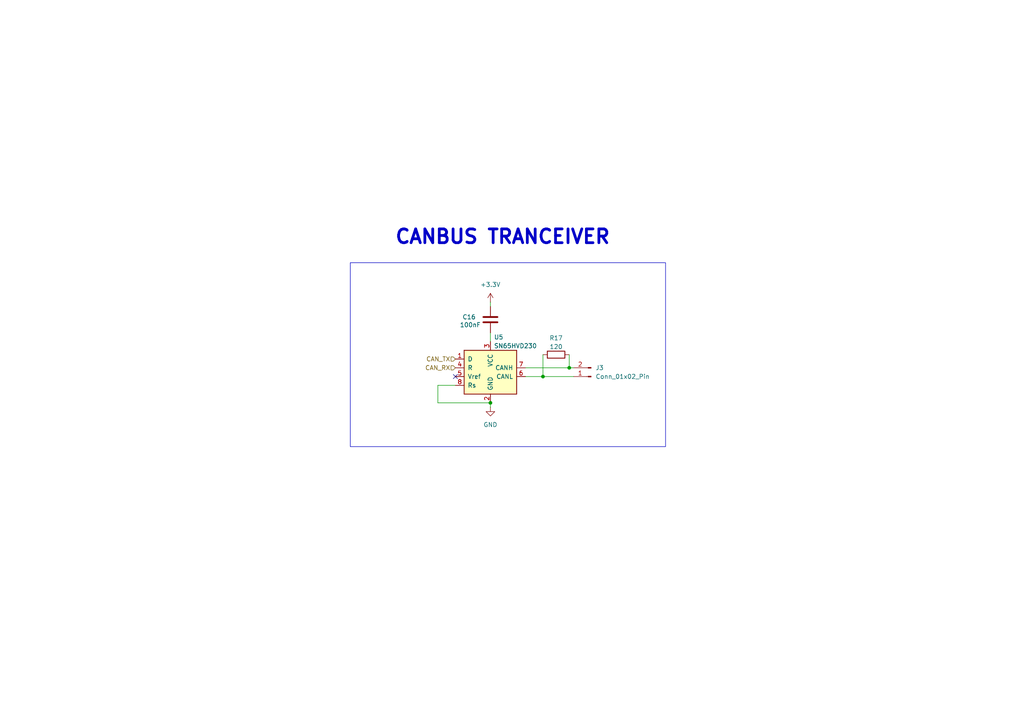
<source format=kicad_sch>
(kicad_sch (version 20231120) (generator "eeschema") (generator_version "8.0")
  (paper "A4")
  (lib_symbols
    (symbol "Connector:Conn_01x02_Pin" (pin_names (offset 1.016) hide)
      (property "Reference" "J" (at 0 2.54 0))
      (property "Value" "Conn_01x02_Pin" (at 0 -5.08 0))
      (symbol "Conn_01x02_Pin_1_1"
        (polyline (pts (xy 1.27 -2.54) (xy 0.8636 -2.54)) (stroke (width 0.1524)))
        (polyline (pts (xy 1.27 0) (xy 0.8636 0)) (stroke (width 0.1524)))
        (rectangle (start 0.8636 -2.413) (end 0 -2.667) (stroke (width 0.1524)) (fill (type outline)))
        (rectangle (start 0.8636 0.127) (end 0 -0.127) (stroke (width 0.1524)) (fill (type outline)))
        (pin passive line (at 5.08 0 180) (length 3.81) (name "Pin_1") (number "1"))
        (pin passive line (at 5.08 -2.54 180) (length 3.81) (name "Pin_2") (number "2"))
      )
    )
    (symbol "Device:C" (pin_numbers hide) (pin_names (offset 0.254))
      (property "Reference" "C" (at 0.635 2.54 0))
      (property "Value" "C" (at 0.635 -2.54 0))
      (symbol "C_0_1"
        (polyline (pts (xy -2.032 -0.762) (xy 2.032 -0.762)) (stroke (width 0.508)))
        (polyline (pts (xy -2.032 0.762) (xy 2.032 0.762)) (stroke (width 0.508)))
      )
      (symbol "C_1_1"
        (pin passive line (at 0 3.81 270) (length 2.794) (name "~") (number "1"))
        (pin passive line (at 0 -3.81 90) (length 2.794) (name "~") (number "2"))
      )
    )
    (symbol "Device:R" (pin_numbers hide) (pin_names (offset 0))
      (property "Reference" "R" (at 2.032 0 90))
      (property "Value" "R" (at 0 0 90))
      (symbol "R_0_1"
        (rectangle (start -1.016 -2.54) (end 1.016 2.54) (stroke (width 0.254)))
      )
      (symbol "R_1_1"
        (pin passive line (at 0 3.81 270) (length 1.27) (name "~") (number "1"))
        (pin passive line (at 0 -3.81 90) (length 1.27) (name "~") (number "2"))
      )
    )
    (symbol "Interface_CAN_LIN:SN65HVD230" (pin_names (offset 1.016))
      (property "Reference" "U" (at -2.54 10.16 0))
      (property "Value" "SN65HVD230" (at -2.54 7.62 0))
      (symbol "SN65HVD230_0_1"
        (rectangle (start -7.62 5.08) (end 7.62 -7.62) (stroke (width 0.254)) (fill (type background)))
      )
      (symbol "SN65HVD230_1_1"
        (pin input line (at -10.16 2.54 0) (length 2.54) (name "D") (number "1"))
        (pin power_in line (at 0 -10.16 90) (length 2.54) (name "GND") (number "2"))
        (pin power_in line (at 0 7.62 270) (length 2.54) (name "VCC") (number "3"))
        (pin output line (at -10.16 0 0) (length 2.54) (name "R") (number "4"))
        (pin output line (at -10.16 -2.54 0) (length 2.54) (name "Vref") (number "5"))
        (pin bidirectional line (at 10.16 -2.54 180) (length 2.54) (name "CANL") (number "6"))
        (pin bidirectional line (at 10.16 0 180) (length 2.54) (name "CANH") (number "7"))
        (pin input line (at -10.16 -5.08 0) (length 2.54) (name "Rs") (number "8"))
      )
    )
    (symbol "power:+3.3V" (power) (pin_numbers hide) (pin_names (offset 0) hide)
      (property "Value" "+3.3V" (at 0 3.556 0))
      (symbol "+3.3V_0_1"
        (polyline (pts (xy -0.762 1.27) (xy 0 2.54)))
        (polyline (pts (xy 0 0) (xy 0 2.54)))
        (polyline (pts (xy 0 2.54) (xy 0.762 1.27)))
      )
      (symbol "+3.3V_1_1"
        (pin power_in line (at 0 0 90) (length 0) (name "~") (number "1"))
      )
    )
    (symbol "power:GND" (power) (pin_numbers hide) (pin_names (offset 0) hide)
      (property "Value" "GND" (at 0 -3.81 0))
      (symbol "GND_0_1"
        (polyline (pts (xy 0 0) (xy 0 -1.27) (xy 1.27 -1.27) (xy 0 -2.54) (xy -1.27 -1.27) (xy 0 -1.27)))
      )
      (symbol "GND_1_1"
        (pin power_in line (at 0 0 270) (length 0) (name "~") (number "1"))
      )
    )
  )
  (junction (at 157.48 109.22))
  (junction (at 165.1 106.68))
  (junction (at 142.24 116.84))
  (no_connect (at 132.08 109.22))
  (wire (pts (xy 152.4 106.68) (xy 165.1 106.68)))
  (wire (pts (xy 165.1 106.68) (xy 166.37 106.68)))
  (wire (pts (xy 152.4 109.22) (xy 157.48 109.22)))
  (wire (pts (xy 165.1 102.87) (xy 165.1 106.68)))
  (wire (pts (xy 157.48 109.22) (xy 166.37 109.22)))
  (wire (pts (xy 142.24 96.52) (xy 142.24 99.06)))
  (wire (pts (xy 127 111.76) (xy 127 116.84)))
  (wire (pts (xy 142.24 118.11) (xy 142.24 116.84)))
  (wire (pts (xy 132.08 111.76) (xy 127 111.76)))
  (wire (pts (xy 142.24 87.63) (xy 142.24 88.9)))
  (wire (pts (xy 127 116.84) (xy 142.24 116.84)))
  (wire (pts (xy 157.48 102.87) (xy 157.48 109.22)))
  (rectangle (start 101.6 76.2) (end 193.04 129.54))
  (text "CANBUS TRANCEIVER\n" (at 145.796 68.834 0) (effects (font (size 4 4) (thickness 0.8) (bold yes))))
  (hierarchical_label "CAN_TX" (shape input) (at 132.08 104.14 180))
  (hierarchical_label "CAN_RX" (shape input) (at 132.08 106.68 180))
  (symbol (lib_id "power:GND") (at 142.24 118.11 0) (unit 1)
    (property "Reference" "#PWR037" (effects (hide yes)))
    (property "Value" "GND" (at 142.24 123.19 0))
    (property "Description" "Power symbol creates a global label with name \"GND\" , ground" (effects (hide yes)))
  )
  (symbol (lib_id "Interface_CAN_LIN:SN65HVD230") (at 142.24 106.68 0) (unit 1)
    (property "Reference" "U5" (at 143.256 97.79 0) (effects (justify left)))
    (property "Value" "SN65HVD230" (at 143.256 100.33 0) (effects (justify left)))
    (property "Footprint" "Package_SO:SOIC-8_3.9x4.9mm_P1.27mm" (effects (hide yes)))
    (property "Datasheet" "http://www.ti.com/lit/ds/symlink/sn65hvd230.pdf" (effects (hide yes)))
    (property "Description" "CAN Bus Transceivers, 3.3V, 1Mbps, Low-Power capabilities, SOIC-8" (effects (hide yes)))
  )
  (symbol (lib_id "Device:R") (at 161.29 102.87 90) (unit 1)
    (property "Reference" "R17" (at 161.29 98.044 90))
    (property "Value" "120" (at 161.29 100.584 90))
    (property "Footprint" "Resistor_SMD:R_0603_1608Metric" (effects (hide yes)))
    (property "Description" "Resistor" (effects (hide yes)))
  )
  (symbol (lib_id "Connector:Conn_01x02_Pin") (at 171.45 109.22 180) (unit 1)
    (property "Reference" "J3" (at 172.72 106.6799 0) (effects (justify right)))
    (property "Value" "Conn_01x02_Pin" (at 172.72 109.2199 0) (effects (justify right)))
    (property "Footprint" "Connector_Phoenix_MC:PhoenixContact_MCV_1,5_2-G-3.5_1x02_P3.50mm_Vertical" (effects (hide yes)))
    (property "Description" "Generic connector, single row, 01x02, script generated" (effects (hide yes)))
  )
  (symbol (lib_id "Device:C") (at 142.24 92.71 0) (unit 1)
    (property "Reference" "C16" (at 134.112 91.948 0) (effects (justify left)))
    (property "Value" "100nF" (at 133.35 94.234 0) (effects (justify left)))
    (property "Footprint" "Capacitor_SMD:C_0603_1608Metric" (effects (hide yes)))
    (property "Description" "Unpolarized capacitor" (effects (hide yes)))
  )
  (symbol (lib_id "power:+3.3V") (at 142.24 87.63 0) (unit 1)
    (property "Reference" "#PWR038" (effects (hide yes)))
    (property "Value" "+3.3V" (at 142.24 82.55 0))
    (property "Description" "Power symbol creates a global label with name \"+3.3V\"" (effects (hide yes)))
  )
)
</source>
